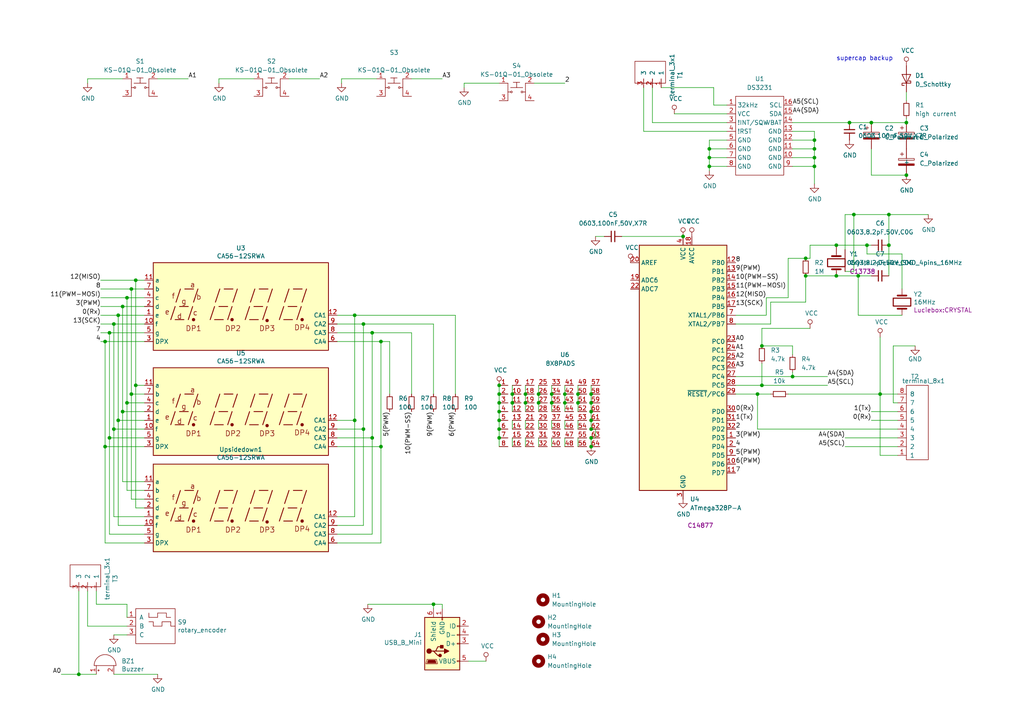
<source format=kicad_sch>
(kicad_sch (version 20211123) (generator eeschema)
  (paper "A4")
  (junction (at 148.59 116.84))
  (junction (at 144.78 124.46))
  (junction (at 39.37 81.28))
  (junction (at 144.78 127))
  (junction (at 171.45 129.54))
  (junction (at 247.65 62.23))
  (junction (at 242.57 80.01))
  (junction (at 248.92 80.01))
  (junction (at 144.78 111.76))
  (junction (at 152.4 114.3))
  (junction (at 144.78 121.92))
  (junction (at 156.21 114.3))
  (junction (at 36.83 116.84))
  (junction (at 167.64 116.84))
  (junction (at 167.64 114.3))
  (junction (at 198.12 68.58))
  (junction (at 163.83 116.84))
  (junction (at 220.98 100.33))
  (junction (at 257.81 62.23))
  (junction (at 102.87 121.92))
  (junction (at 152.4 116.84))
  (junction (at 233.68 74.93))
  (junction (at 35.56 88.9))
  (junction (at 171.45 119.38))
  (junction (at 110.49 99.06))
  (junction (at 233.68 80.01))
  (junction (at 160.02 116.84))
  (junction (at 205.74 48.26))
  (junction (at 229.87 109.22))
  (junction (at 33.02 93.98))
  (junction (at 36.83 86.36))
  (junction (at 262.89 35.56))
  (junction (at 30.48 99.06))
  (junction (at 30.48 129.54))
  (junction (at 251.46 71.12))
  (junction (at 33.02 124.46))
  (junction (at 171.45 127))
  (junction (at 107.95 96.52))
  (junction (at 156.21 116.84))
  (junction (at 255.27 114.3))
  (junction (at 205.74 45.72))
  (junction (at 148.59 114.3))
  (junction (at 144.78 119.38))
  (junction (at 219.71 114.3))
  (junction (at 35.56 119.38))
  (junction (at 38.1 83.82))
  (junction (at 102.87 91.44))
  (junction (at 34.29 121.92))
  (junction (at 110.49 129.54))
  (junction (at 262.89 50.8))
  (junction (at 105.41 124.46))
  (junction (at 144.78 116.84))
  (junction (at 236.22 43.18))
  (junction (at 31.75 127))
  (junction (at 236.22 40.64))
  (junction (at 22.86 195.58))
  (junction (at 171.45 114.3))
  (junction (at 39.37 111.76))
  (junction (at 242.57 71.12))
  (junction (at 163.83 114.3))
  (junction (at 257.81 71.12))
  (junction (at 38.1 114.3))
  (junction (at 236.22 45.72))
  (junction (at 171.45 121.92))
  (junction (at 107.95 127))
  (junction (at 220.98 111.76))
  (junction (at 236.22 48.26))
  (junction (at 31.75 96.52))
  (junction (at 171.45 124.46))
  (junction (at 34.29 91.44))
  (junction (at 125.73 175.26))
  (junction (at 160.02 114.3))
  (junction (at 171.45 116.84))
  (junction (at 246.38 35.56))
  (junction (at 105.41 93.98))
  (junction (at 252.73 35.56))
  (junction (at 205.74 43.18))
  (junction (at 144.78 114.3))
  (wire (pts (xy 36.83 179.07) (xy 36.83 175.26)))
  (wire (pts (xy 106.68 175.26) (xy 125.73 175.26)))
  (wire (pts (xy 229.87 40.64) (xy 236.22 40.64)))
  (wire (pts (xy 213.36 109.22) (xy 229.87 109.22)))
  (wire (pts (xy 167.64 119.38) (xy 167.64 116.84)))
  (wire (pts (xy 97.79 124.46) (xy 105.41 124.46)))
  (wire (pts (xy 242.57 71.12) (xy 251.46 71.12)))
  (wire (pts (xy 144.78 116.84) (xy 144.78 119.38)))
  (wire (pts (xy 245.11 62.23) (xy 247.65 62.23)))
  (wire (pts (xy 262.89 34.29) (xy 262.89 35.56)))
  (wire (pts (xy 261.62 83.82) (xy 261.62 73.66)))
  (wire (pts (xy 213.36 111.76) (xy 220.98 111.76)))
  (wire (pts (xy 205.74 40.64) (xy 205.74 43.18)))
  (wire (pts (xy 156.21 114.3) (xy 156.21 116.84)))
  (wire (pts (xy 261.62 73.66) (xy 251.46 73.66)))
  (wire (pts (xy 205.74 43.18) (xy 205.74 45.72)))
  (wire (pts (xy 167.64 116.84) (xy 167.64 114.3)))
  (wire (pts (xy 171.45 129.54) (xy 171.45 127)))
  (wire (pts (xy 233.68 74.93) (xy 234.95 74.93)))
  (wire (pts (xy 223.52 87.63) (xy 223.52 93.98)))
  (wire (pts (xy 25.4 22.86) (xy 25.4 24.13)))
  (wire (pts (xy 34.29 91.44) (xy 41.91 91.44)))
  (wire (pts (xy 233.68 80.01) (xy 242.57 80.01)))
  (wire (pts (xy 167.64 114.3) (xy 167.64 111.76)))
  (wire (pts (xy 29.21 91.44) (xy 34.29 91.44)))
  (wire (pts (xy 259.08 116.84) (xy 259.08 100.33)))
  (wire (pts (xy 25.4 171.45) (xy 25.4 181.61)))
  (wire (pts (xy 35.56 88.9) (xy 41.91 88.9)))
  (wire (pts (xy 102.87 121.92) (xy 102.87 149.86)))
  (wire (pts (xy 180.34 68.58) (xy 198.12 68.58)))
  (wire (pts (xy 144.78 124.46) (xy 144.78 127)))
  (wire (pts (xy 30.48 157.48) (xy 41.91 157.48)))
  (wire (pts (xy 189.23 35.56) (xy 189.23 25.4)))
  (wire (pts (xy 73.66 22.86) (xy 63.5 22.86)))
  (wire (pts (xy 33.02 149.86) (xy 41.91 149.86)))
  (wire (pts (xy 97.79 129.54) (xy 110.49 129.54)))
  (wire (pts (xy 27.94 175.26) (xy 27.94 171.45)))
  (wire (pts (xy 144.78 114.3) (xy 144.78 116.84)))
  (wire (pts (xy 229.87 107.95) (xy 229.87 109.22)))
  (wire (pts (xy 144.78 119.38) (xy 144.78 121.92)))
  (wire (pts (xy 195.58 33.02) (xy 210.82 33.02)))
  (wire (pts (xy 229.87 48.26) (xy 236.22 48.26)))
  (wire (pts (xy 222.25 86.36) (xy 228.6 86.36)))
  (wire (pts (xy 110.49 99.06) (xy 113.03 99.06)))
  (wire (pts (xy 35.56 88.9) (xy 35.56 119.38)))
  (wire (pts (xy 29.21 93.98) (xy 33.02 93.98)))
  (wire (pts (xy 22.86 195.58) (xy 27.94 195.58)))
  (wire (pts (xy 110.49 129.54) (xy 110.49 157.48)))
  (wire (pts (xy 260.35 116.84) (xy 259.08 116.84)))
  (wire (pts (xy 219.71 124.46) (xy 219.71 114.3)))
  (wire (pts (xy 228.6 86.36) (xy 228.6 74.93)))
  (wire (pts (xy 252.73 43.18) (xy 252.73 50.8)))
  (wire (pts (xy 125.73 175.26) (xy 125.73 176.53)))
  (wire (pts (xy 41.91 114.3) (xy 38.1 114.3)))
  (wire (pts (xy 160.02 114.3) (xy 160.02 111.76)))
  (wire (pts (xy 228.6 114.3) (xy 255.27 114.3)))
  (wire (pts (xy 210.82 40.64) (xy 205.74 40.64)))
  (wire (pts (xy 160.02 116.84) (xy 160.02 114.3)))
  (wire (pts (xy 252.73 50.8) (xy 262.89 50.8)))
  (wire (pts (xy 257.81 71.12) (xy 257.81 80.01)))
  (wire (pts (xy 236.22 38.1) (xy 236.22 40.64)))
  (wire (pts (xy 35.56 139.7) (xy 41.91 139.7)))
  (wire (pts (xy 252.73 35.56) (xy 262.89 35.56)))
  (wire (pts (xy 29.21 88.9) (xy 35.56 88.9)))
  (wire (pts (xy 34.29 121.92) (xy 34.29 91.44)))
  (wire (pts (xy 97.79 152.4) (xy 105.41 152.4)))
  (wire (pts (xy 247.65 62.23) (xy 247.65 78.74)))
  (wire (pts (xy 186.69 38.1) (xy 210.82 38.1)))
  (wire (pts (xy 109.22 22.86) (xy 99.06 22.86)))
  (wire (pts (xy 148.59 114.3) (xy 148.59 116.84)))
  (wire (pts (xy 36.83 116.84) (xy 36.83 142.24)))
  (wire (pts (xy 29.21 83.82) (xy 38.1 83.82)))
  (wire (pts (xy 171.45 121.92) (xy 171.45 119.38)))
  (wire (pts (xy 36.83 175.26) (xy 27.94 175.26)))
  (wire (pts (xy 245.11 78.74) (xy 247.65 78.74)))
  (wire (pts (xy 36.83 86.36) (xy 41.91 86.36)))
  (wire (pts (xy 31.75 154.94) (xy 41.91 154.94)))
  (wire (pts (xy 119.38 96.52) (xy 119.38 114.3)))
  (wire (pts (xy 156.21 127) (xy 156.21 129.54)))
  (wire (pts (xy 152.4 124.46) (xy 152.4 121.92)))
  (wire (pts (xy 152.4 114.3) (xy 152.4 116.84)))
  (wire (pts (xy 246.38 35.56) (xy 252.73 35.56)))
  (wire (pts (xy 251.46 71.12) (xy 252.73 71.12)))
  (wire (pts (xy 251.46 73.66) (xy 251.46 71.12)))
  (wire (pts (xy 34.29 121.92) (xy 34.29 152.4)))
  (wire (pts (xy 107.95 96.52) (xy 119.38 96.52)))
  (wire (pts (xy 113.03 99.06) (xy 113.03 114.3)))
  (wire (pts (xy 35.56 119.38) (xy 41.91 119.38)))
  (wire (pts (xy 38.1 83.82) (xy 41.91 83.82)))
  (wire (pts (xy 205.74 45.72) (xy 205.74 48.26)))
  (wire (pts (xy 148.59 116.84) (xy 148.59 119.38)))
  (wire (pts (xy 171.45 127) (xy 172.72 127)))
  (wire (pts (xy 234.95 74.93) (xy 234.95 71.12)))
  (wire (pts (xy 229.87 109.22) (xy 240.03 109.22)))
  (wire (pts (xy 31.75 96.52) (xy 31.75 127)))
  (wire (pts (xy 245.11 72.39) (xy 245.11 62.23)))
  (wire (pts (xy 39.37 81.28) (xy 41.91 81.28)))
  (wire (pts (xy 171.45 124.46) (xy 171.45 121.92)))
  (wire (pts (xy 189.23 35.56) (xy 210.82 35.56)))
  (wire (pts (xy 34.29 152.4) (xy 41.91 152.4)))
  (wire (pts (xy 144.78 24.13) (xy 134.62 24.13)))
  (wire (pts (xy 144.78 121.92) (xy 144.78 124.46)))
  (wire (pts (xy 41.91 121.92) (xy 34.29 121.92)))
  (wire (pts (xy 33.02 195.58) (xy 45.72 195.58)))
  (wire (pts (xy 205.74 48.26) (xy 205.74 49.53)))
  (wire (pts (xy 234.95 71.12) (xy 242.57 71.12)))
  (wire (pts (xy 233.68 87.63) (xy 223.52 87.63)))
  (wire (pts (xy 41.91 129.54) (xy 30.48 129.54)))
  (wire (pts (xy 105.41 93.98) (xy 125.73 93.98)))
  (wire (pts (xy 234.95 95.25) (xy 220.98 95.25)))
  (wire (pts (xy 33.02 93.98) (xy 41.91 93.98)))
  (wire (pts (xy 236.22 48.26) (xy 236.22 53.34)))
  (wire (pts (xy 119.38 22.86) (xy 128.27 22.86)))
  (wire (pts (xy 36.83 142.24) (xy 41.91 142.24)))
  (wire (pts (xy 186.69 25.4) (xy 186.69 38.1)))
  (wire (pts (xy 171.45 119.38) (xy 171.45 116.84)))
  (wire (pts (xy 259.08 100.33) (xy 265.43 100.33)))
  (wire (pts (xy 102.87 91.44) (xy 102.87 121.92)))
  (wire (pts (xy 163.83 121.92) (xy 163.83 124.46)))
  (wire (pts (xy 262.89 26.67) (xy 262.89 29.21)))
  (wire (pts (xy 29.21 86.36) (xy 36.83 86.36)))
  (wire (pts (xy 236.22 40.64) (xy 236.22 43.18)))
  (wire (pts (xy 156.21 116.84) (xy 156.21 119.38)))
  (wire (pts (xy 156.21 111.76) (xy 156.21 114.3)))
  (wire (pts (xy 255.27 132.08) (xy 260.35 132.08)))
  (wire (pts (xy 38.1 114.3) (xy 38.1 144.78)))
  (wire (pts (xy 36.83 86.36) (xy 36.83 116.84)))
  (wire (pts (xy 144.78 127) (xy 144.78 129.54)))
  (wire (pts (xy 207.01 30.48) (xy 210.82 30.48)))
  (wire (pts (xy 154.94 24.13) (xy 163.83 24.13)))
  (wire (pts (xy 31.75 96.52) (xy 41.91 96.52)))
  (wire (pts (xy 39.37 111.76) (xy 41.91 111.76)))
  (wire (pts (xy 102.87 121.92) (xy 97.79 121.92)))
  (wire (pts (xy 255.27 114.3) (xy 255.27 132.08)))
  (wire (pts (xy 172.72 124.46) (xy 171.45 124.46)))
  (wire (pts (xy 261.62 91.44) (xy 248.92 91.44)))
  (wire (pts (xy 236.22 45.72) (xy 236.22 48.26)))
  (wire (pts (xy 220.98 111.76) (xy 240.03 111.76)))
  (wire (pts (xy 242.57 80.01) (xy 248.92 80.01)))
  (wire (pts (xy 207.01 25.4) (xy 207.01 30.48)))
  (wire (pts (xy 229.87 35.56) (xy 246.38 35.56)))
  (wire (pts (xy 97.79 91.44) (xy 102.87 91.44)))
  (wire (pts (xy 252.73 121.92) (xy 260.35 121.92)))
  (wire (pts (xy 171.45 116.84) (xy 171.45 114.3)))
  (wire (pts (xy 29.21 81.28) (xy 39.37 81.28)))
  (wire (pts (xy 252.73 119.38) (xy 260.35 119.38)))
  (wire (pts (xy 205.74 45.72) (xy 210.82 45.72)))
  (wire (pts (xy 128.27 175.26) (xy 128.27 176.53)))
  (wire (pts (xy 134.62 24.13) (xy 134.62 25.4)))
  (wire (pts (xy 229.87 45.72) (xy 236.22 45.72)))
  (wire (pts (xy 220.98 95.25) (xy 220.98 100.33)))
  (wire (pts (xy 222.25 91.44) (xy 222.25 86.36)))
  (wire (pts (xy 125.73 93.98) (xy 125.73 114.3)))
  (wire (pts (xy 30.48 99.06) (xy 41.91 99.06)))
  (wire (pts (xy 167.64 129.54) (xy 167.64 127)))
  (wire (pts (xy 236.22 43.18) (xy 236.22 45.72)))
  (wire (pts (xy 248.92 91.44) (xy 248.92 80.01)))
  (wire (pts (xy 152.4 129.54) (xy 152.4 127)))
  (wire (pts (xy 97.79 93.98) (xy 105.41 93.98)))
  (wire (pts (xy 257.81 62.23) (xy 269.24 62.23)))
  (wire (pts (xy 132.08 91.44) (xy 132.08 114.3)))
  (wire (pts (xy 213.36 93.98) (xy 223.52 93.98)))
  (wire (pts (xy 39.37 147.32) (xy 41.91 147.32)))
  (wire (pts (xy 33.02 124.46) (xy 41.91 124.46)))
  (wire (pts (xy 148.59 127) (xy 148.59 129.54)))
  (wire (pts (xy 63.5 22.86) (xy 63.5 24.13)))
  (wire (pts (xy 39.37 111.76) (xy 39.37 147.32)))
  (wire (pts (xy 110.49 157.48) (xy 97.79 157.48)))
  (wire (pts (xy 220.98 105.41) (xy 220.98 111.76)))
  (wire (pts (xy 163.83 116.84) (xy 163.83 119.38)))
  (wire (pts (xy 163.83 114.3) (xy 163.83 116.84)))
  (wire (pts (xy 148.59 121.92) (xy 148.59 124.46)))
  (wire (pts (xy 229.87 100.33) (xy 229.87 102.87)))
  (wire (pts (xy 171.45 114.3) (xy 171.45 111.76)))
  (wire (pts (xy 205.74 48.26) (xy 210.82 48.26)))
  (wire (pts (xy 33.02 93.98) (xy 33.02 124.46)))
  (wire (pts (xy 29.21 96.52) (xy 31.75 96.52)))
  (wire (pts (xy 110.49 99.06) (xy 110.49 129.54)))
  (wire (pts (xy 31.75 127) (xy 31.75 154.94)))
  (wire (pts (xy 33.02 124.46) (xy 33.02 149.86)))
  (wire (pts (xy 229.87 38.1) (xy 236.22 38.1)))
  (wire (pts (xy 38.1 114.3) (xy 38.1 83.82)))
  (wire (pts (xy 125.73 175.26) (xy 128.27 175.26)))
  (wire (pts (xy 31.75 127) (xy 41.91 127)))
  (wire (pts (xy 160.02 129.54) (xy 160.02 127)))
  (wire (pts (xy 223.52 114.3) (xy 219.71 114.3)))
  (wire (pts (xy 260.35 127) (xy 245.11 127)))
  (wire (pts (xy 105.41 152.4) (xy 105.41 124.46)))
  (wire (pts (xy 152.4 116.84) (xy 152.4 119.38)))
  (wire (pts (xy 30.48 99.06) (xy 30.48 129.54)))
  (wire (pts (xy 35.56 22.86) (xy 25.4 22.86)))
  (wire (pts (xy 107.95 127) (xy 107.95 154.94)))
  (wire (pts (xy 29.21 99.06) (xy 30.48 99.06)))
  (wire (pts (xy 255.27 114.3) (xy 260.35 114.3)))
  (wire (pts (xy 160.02 124.46) (xy 160.02 121.92)))
  (wire (pts (xy 83.82 22.86) (xy 92.71 22.86)))
  (wire (pts (xy 148.59 111.76) (xy 148.59 114.3)))
  (wire (pts (xy 102.87 149.86) (xy 97.79 149.86)))
  (wire (pts (xy 22.86 171.45) (xy 22.86 195.58)))
  (wire (pts (xy 163.83 111.76) (xy 163.83 114.3)))
  (wire (pts (xy 205.74 43.18) (xy 210.82 43.18)))
  (wire (pts (xy 229.87 43.18) (xy 236.22 43.18)))
  (wire (pts (xy 35.56 119.38) (xy 35.56 139.7)))
  (wire (pts (xy 107.95 154.94) (xy 97.79 154.94)))
  (wire (pts (xy 36.83 181.61) (xy 25.4 181.61)))
  (wire (pts (xy 260.35 129.54) (xy 245.11 129.54)))
  (wire (pts (xy 105.41 124.46) (xy 105.41 93.98)))
  (wire (pts (xy 156.21 121.92) (xy 156.21 124.46)))
  (wire (pts (xy 99.06 22.86) (xy 99.06 24.13)))
  (wire (pts (xy 219.71 114.3) (xy 213.36 114.3)))
  (wire (pts (xy 33.02 184.15) (xy 36.83 184.15)))
  (wire (pts (xy 39.37 81.28) (xy 39.37 111.76)))
  (wire (pts (xy 45.72 22.86) (xy 54.61 22.86)))
  (wire (pts (xy 97.79 99.06) (xy 110.49 99.06)))
  (wire (pts (xy 30.48 129.54) (xy 30.48 157.48)))
  (wire (pts (xy 152.4 111.76) (xy 152.4 114.3)))
  (wire (pts (xy 163.83 127) (xy 163.83 129.54)))
  (wire (pts (xy 213.36 91.44) (xy 222.25 91.44)))
  (wire (pts (xy 107.95 127) (xy 97.79 127)))
  (wire (pts (xy 172.72 68.58) (xy 175.26 68.58)))
  (wire (pts (xy 135.89 191.77) (xy 140.97 191.77)))
  (wire (pts (xy 41.91 116.84) (xy 36.83 116.84)))
  (wire (pts (xy 38.1 144.78) (xy 41.91 144.78)))
  (wire (pts (xy 255.27 97.79) (xy 255.27 114.3)))
  (wire (pts (xy 220.98 100.33) (xy 229.87 100.33)))
  (wire (pts (xy 17.78 195.58) (xy 22.86 195.58)))
  (wire (pts (xy 191.77 25.4) (xy 207.01 25.4)))
  (wire (pts (xy 248.92 80.01) (xy 252.73 80.01)))
  (wire (pts (xy 144.78 111.76) (xy 144.78 114.3)))
  (wire (pts (xy 260.35 124.46) (xy 219.71 124.46)))
  (wire (pts (xy 167.64 124.46) (xy 167.64 121.92)))
  (wire (pts (xy 233.68 80.01) (xy 233.68 87.63)))
  (wire (pts (xy 228.6 74.93) (xy 233.68 74.93)))
  (wire (pts (xy 102.87 91.44) (xy 132.08 91.44)))
  (wire (pts (xy 247.65 62.23) (xy 257.81 62.23)))
  (wire (pts (xy 160.02 119.38) (xy 160.02 116.84)))
  (wire (pts (xy 107.95 96.52) (xy 107.95 127)))
  (wire (pts (xy 97.79 96.52) (xy 107.95 96.52)))
  (wire (pts (xy 172.72 127) (xy 172.72 124.46)))
  (wire (pts (xy 257.81 71.12) (xy 257.81 62.23)))
  (text "supercap backup" (at 242.57 17.78 0) (effects (font (size 1.27 1.27)) (justify left bottom)))
  (label "5(PWM)" (at 213.36 132.08 0))
  (label "7" (at 29.21 96.52 180))
  (label "2" (at 163.83 24.13 0))
  (label "11(PWM-MOSI)" (at 29.21 86.36 180))
  (label "8" (at 213.36 76.2 0))
  (label "7" (at 213.36 137.16 0))
  (label "0(Rx)" (at 252.73 121.92 180))
  (label "A1" (at 54.61 22.86 0))
  (label "12(MISO)" (at 213.36 86.36 0))
  (label "3(PWM)" (at 213.36 127 0))
  (label "A1" (at 213.36 101.6 0))
  (label "A4(SDA)" (at 245.11 127 180))
  (label "4" (at 29.21 99.06 180))
  (label "9(PWM)" (at 125.73 119.38 270))
  (label "A2" (at 92.71 22.86 0))
  (label "13(SCK)" (at 29.21 93.98 180))
  (label "5(PWM)" (at 113.03 119.38 270))
  (label "12(MISO)" (at 29.21 81.28 180))
  (label "A4(SDA)" (at 240.03 109.22 0))
  (label "3(PWM)" (at 29.21 88.9 180))
  (label "4" (at 213.36 129.54 0))
  (label "A0" (at 213.36 99.06 0))
  (label "A4(SDA)" (at 229.87 33.02 0))
  (label "A3" (at 213.36 106.68 0))
  (label "1(Tx)" (at 213.36 121.92 0))
  (label "A5(SCL)" (at 245.11 129.54 180))
  (label "6(PWM)" (at 132.08 119.38 270))
  (label "A0" (at 17.78 195.58 180))
  (label "0(Rx)" (at 29.21 91.44 180))
  (label "2" (at 213.36 124.46 0))
  (label "8" (at 29.21 83.82 180))
  (label "10(PWM-SS)" (at 119.38 119.38 270))
  (label "9(PWM)" (at 213.36 78.74 0))
  (label "13(SCK)" (at 213.36 88.9 0))
  (label "A5(SCL)" (at 240.03 111.76 0))
  (label "10(PWM-SS)" (at 213.36 81.28 0))
  (label "A5(SCL)" (at 229.87 30.48 0))
  (label "1(Tx)" (at 252.73 119.38 180))
  (label "0(Rx)" (at 213.36 119.38 0))
  (label "6(PWM)" (at 213.36 134.62 0))
  (label "A2" (at 213.36 104.14 0))
  (label "11(PWM-MOSI)" (at 213.36 83.82 0))
  (label "A3" (at 128.27 22.86 0))
  (symbol (lib_id "digital_clock:MountingHole") (at 156.21 191.77 0) (unit 1)
    (property "Reference" "H4" (at 158.75 190.4999 0) (effects (justify left)))
    (property "Value" "MountingHole" (at 158.75 193.0399 0) (effects (justify left)))
    (property "Footprint" "Luciebox:MountingHole_4.3mm_M4" (effects hide))
  )
  (symbol (lib_id "jlcpcb-basic-capacitor:0603,100nF,50V,X7R ") (at 246.38 38.1 180) (unit 1)
    (property "Reference" "C1" (at 248.92 36.8299 0) (effects (justify right)))
    (property "Value" "0603,100nF,50V,X7R " (at 248.92 39.3699 0) (effects (justify right)))
    (property "Footprint" "C_0603_1608Metric" (effects hide))
    (property "Datasheet" "https://datasheet.lcsc.com/lcsc/1809301912_YAGEO-CC0603KRX7R9BB104_C14663.pdf" (effects hide))
    (property "LCSC" "C14663" (effects hide))
    (property "MFG" "YAGEO" (effects hide))
    (property "MFGPN" "CC0603KRX7R9BB104" (effects hide))
  )
  (symbol (lib_id "digital_clock:D_Schottky") (at 262.89 22.86 90) (unit 1)
    (property "Reference" "D1" (at 265.43 21.9074 90) (effects (justify right)))
    (property "Value" "D_Schottky" (at 265.43 24.4474 90) (effects (justify right)))
    (property "Footprint" "Luciebox:smd_throughhole_2_pins" (effects hide))
  )
  (symbol (lib_id "Luciebox_components:terminal_8x1") (at 261.62 132.08 0) (unit 1)
    (property "Reference" "T2" (at 264.16 109.22 0) (effects (justify left)))
    (property "Value" "terminal_8x1" (at 261.62 110.49 0) (effects (justify left)))
    (property "Footprint" "Luciebox:Terminal_8x1_100mil" (effects hide))
  )
  (symbol (lib_id "Luciebox_components:USB_B_Mini") (at 128.27 186.69 0) (mirror x) (unit 1)
    (property "Reference" "J1" (at 122.428 184.0738 0) (effects (justify right)))
    (property "Value" "USB_B_Mini" (at 122.428 186.3852 0) (effects (justify right)))
    (property "Footprint" "Luciebox:usb_mini_Molex-0548190519" (effects hide))
  )
  (symbol (lib_id "Luciebox_components:VCC-power") (at 182.88 76.2 0) (unit 1)
    (property "Reference" "#PWR022" (effects hide))
    (property "Value" "VCC" (at 183.3118 71.8058 0))
  )
  (symbol (lib_id "Luciebox_components:VCC-power") (at 200.66 68.58 0) (unit 1)
    (property "Reference" "#PWR020" (effects hide))
    (property "Value" "VCC" (at 201.0918 64.1858 0))
  )
  (symbol (lib_id "digital_clock:Button_Push_SPST") (at 78.74 25.4 0) (unit 1)
    (property "Reference" "S2" (at 78.74 17.78 0))
    (property "Value" "KS-01Q-01_Obsolete" (at 78.74 20.32 0))
    (property "Footprint" "digital_clock:Button 12x12mm" (effects hide))
    (property "Datasheet" "http://spec_sheets.e-switch.com/specs/29-KS01Q01.pdf" (effects hide))
    (property "Digi-Key_PN" "EG4791-ND" (effects hide))
    (property "MPN" "KS-01Q-01" (effects hide))
    (property "Category" "Switches" (effects hide))
    (property "Family" "Pushbutton Switches" (effects hide))
    (property "DK_Datasheet_Link" "http://spec_sheets.e-switch.com/specs/29-KS01Q01.pdf" (effects hide))
    (property "DK_Detail_Page" "/product-detail/en/e-switch/KS-01Q-01/EG4791-ND/2116270" (effects hide))
    (property "Description" "SWITCH PUSH SPST-NO 0.01A 35V" (effects hide))
    (property "Manufacturer" "E-Switch" (effects hide))
    (property "Status" "Obsolete NonStock" (effects hide))
  )
  (symbol (lib_id "jlcpcb-basic-resistor-0402:100") (at 125.73 116.84 0) (unit 1)
    (property "Reference" "R8" (at 128.27 115.5699 0) (effects (justify left)))
    (property "Value" "100" (at 128.27 118.1099 0) (effects (justify left)))
    (property "Footprint" "R_0402_1005Metric" (effects hide))
    (property "Datasheet" "https://datasheet.lcsc.com/lcsc/2110252230_UNI-ROYAL-Uniroyal-Elec-0402WGF1000TCE_C25076.pdf" (effects hide))
    (property "LCSC" "C25076" (effects hide))
    (property "MFG" "UNI-ROYAL(Uniroyal Elec)" (effects hide))
    (property "MFGPN" "0402WGF1000TCE" (effects hide))
  )
  (symbol (lib_id "digital_clock:C_Polarized") (at 252.73 39.37 0) (unit 1)
    (property "Reference" "C2" (at 256.54 37.2109 0) (effects (justify left)))
    (property "Value" "C_Polarized" (at 256.54 39.7509 0) (effects (justify left)))
    (property "Footprint" "digital_clock:polarized_capacitor" (effects hide))
  )
  (symbol (lib_id "digital_clock:MountingHole") (at 157.48 185.42 0) (unit 1)
    (property "Reference" "H3" (at 160.02 184.1499 0) (effects (justify left)))
    (property "Value" "MountingHole" (at 160.02 186.6899 0) (effects (justify left)))
    (property "Footprint" "Luciebox:MountingHole_4.3mm_M4" (effects hide))
  )
  (symbol (lib_id "Luciebox_components:GND-power") (at 33.02 184.15 0) (unit 1)
    (property "Reference" "#PWR030" (effects hide))
    (property "Value" "GND" (at 33.147 188.5442 0))
  )
  (symbol (lib_id "Luciebox_components:GND-power") (at 171.45 129.54 0) (unit 1)
    (property "Reference" "#PWR027" (effects hide))
    (property "Value" "GND" (at 171.577 133.9342 0))
  )
  (symbol (lib_id "digital_clock:Crystal-Device_SMD_4pins_16MHz") (at 242.57 76.2 90) (unit 1)
    (property "Reference" "Y1" (at 246.38 73.6599 90) (effects (justify right)))
    (property "Value" "Crystal-Device_SMD_4pins_16MHz" (at 246.38 76.1999 90) (effects (justify right)))
    (property "Footprint" "digital_clock:Crystal_SMD_3225-4Pin_3.2x2.5mm" (effects hide))
    (property "JLCS" "C13738" (at 246.38 78.7399 90) (effects (justify right)))
  )
  (symbol (lib_id "Luciebox_components:Buzzer-Device") (at 30.48 193.04 90) (unit 1)
    (property "Reference" "BZ1" (at 35.2298 191.7446 90) (effects (justify right)))
    (property "Value" "Buzzer" (at 35.2298 194.056 90) (effects (justify right)))
    (property "Footprint" "Luciebox:buzzer" (effects hide))
  )
  (symbol (lib_id "jlcpcb-basic-resistor-0402:100") (at 119.38 116.84 0) (unit 1)
    (property "Reference" "R7" (at 121.92 115.5699 0) (effects (justify left)))
    (property "Value" "100" (at 121.92 118.1099 0) (effects (justify left)))
    (property "Footprint" "R_0402_1005Metric" (effects hide))
    (property "Datasheet" "https://datasheet.lcsc.com/lcsc/2110252230_UNI-ROYAL-Uniroyal-Elec-0402WGF1000TCE_C25076.pdf" (effects hide))
    (property "LCSC" "C25076" (effects hide))
    (property "MFG" "UNI-ROYAL(Uniroyal Elec)" (effects hide))
    (property "MFGPN" "0402WGF1000TCE" (effects hide))
  )
  (symbol (lib_id "Luciebox_components:4digit_7segments_common_anode_CA56-12SRWA") (at 69.85 119.38 0) (unit 1)
    (property "Reference" "U5" (at 69.85 102.4382 0))
    (property "Value" "CA56-12SRWA" (at 69.85 104.7496 0))
    (property "Footprint" "Lucieboxv3:CA56-12SRWA" (effects hide))
    (property "Datasheet" "http://www.kingbrightusa.com/images/catalog/SPEC/CA56-12SRWA.pdf" (effects hide))
  )
  (symbol (lib_id "Luciebox_components:GND-power") (at 99.06 24.13 0) (unit 1)
    (property "Reference" "#PWR04" (effects hide))
    (property "Value" "GND" (at 99.187 28.5242 0))
  )
  (symbol (lib_id "Luciebox_components:terminal_3x1") (at 191.77 24.13 90) (unit 1)
    (property "Reference" "T1" (at 197.231 21.7932 0))
    (property "Value" "terminal_3x1" (at 194.9196 21.7932 0))
    (property "Footprint" "Luciebox:Terminal_3x1_100mil" (effects hide))
  )
  (symbol (lib_id "digital_clock:MountingHole") (at 156.21 180.34 0) (unit 1)
    (property "Reference" "H2" (at 158.75 179.0699 0) (effects (justify left)))
    (property "Value" "MountingHole" (at 158.75 181.6099 0) (effects (justify left)))
    (property "Footprint" "Luciebox:MountingHole_4.3mm_M4" (effects hide))
  )
  (symbol (lib_id "Luciebox_components:Crystal-Device") (at 261.62 87.63 270) (unit 1)
    (property "Reference" "Y2" (at 264.9474 85.3186 90) (effects (justify left)))
    (property "Value" "16MHz" (at 264.9474 87.63 90) (effects (justify left)))
    (property "Footprint" "Luciebox:CRYSTAL" (at 264.9474 89.9414 90) (effects (justify left)))
  )
  (symbol (lib_id "digital_clock:DS3231") (at 222.25 24.13 0) (unit 1)
    (property "Reference" "U1" (at 220.345 22.86 0))
    (property "Value" "DS3231" (at 220.345 25.4 0))
    (property "Footprint" "Package_SO:SOIC-16W_7.5x10.3mm_P1.27mm" (effects hide))
    (property "Datasheet" "https://datasheets.maximintegrated.com/en/ds/DS3231.pdf" (effects hide))
  )
  (symbol (lib_id "Luciebox_components:GND-power") (at 45.72 195.58 0) (unit 1)
    (property "Reference" "#PWR032" (effects hide))
    (property "Value" "GND" (at 45.847 199.9742 0))
  )
  (symbol (lib_id "jlcpcb-basic-resistor-0603:10k") (at 226.06 114.3 90) (unit 1)
    (property "Reference" "R5" (at 226.06 107.95 90))
    (property "Value" "10k" (at 226.06 110.49 90))
    (property "Footprint" "R_0603_1608Metric" (effects hide))
    (property "Datasheet" "https://datasheet.lcsc.com/lcsc/2110260030_UNI-ROYAL-Uniroyal-Elec-0603WAF1002T5E_C25804.pdf" (effects hide))
    (property "LCSC" "C25804" (effects hide))
    (property "MFG" "UNI-ROYAL(Uniroyal Elec)" (effects hide))
    (property "MFGPN" "0603WAF1002T5E" (effects hide))
  )
  (symbol (lib_id "Luciebox_components:GND-power") (at 134.62 25.4 0) (unit 1)
    (property "Reference" "#PWR05" (effects hide))
    (property "Value" "GND" (at 134.747 29.7942 0))
  )
  (symbol (lib_id "digital_clock:Button_Push_SPST") (at 40.64 25.4 0) (unit 1)
    (property "Reference" "S1" (at 40.64 17.78 0))
    (property "Value" "KS-01Q-01_Obsolete" (at 40.64 20.32 0))
    (property "Footprint" "digital_clock:Button 12x12mm" (effects hide))
    (property "Datasheet" "http://spec_sheets.e-switch.com/specs/29-KS01Q01.pdf" (effects hide))
    (property "Digi-Key_PN" "EG4791-ND" (effects hide))
    (property "MPN" "KS-01Q-01" (effects hide))
    (property "Category" "Switches" (effects hide))
    (property "Family" "Pushbutton Switches" (effects hide))
    (property "DK_Datasheet_Link" "http://spec_sheets.e-switch.com/specs/29-KS01Q01.pdf" (effects hide))
    (property "DK_Detail_Page" "/product-detail/en/e-switch/KS-01Q-01/EG4791-ND/2116270" (effects hide))
    (property "Description" "SWITCH PUSH SPST-NO 0.01A 35V" (effects hide))
    (property "Manufacturer" "E-Switch" (effects hide))
    (property "Status" "Obsolete NonStock" (effects hide))
  )
  (symbol (lib_id "digital_clock:Button_Push_SPST") (at 114.3 25.4 0) (unit 1)
    (property "Reference" "S3" (at 114.3 15.24 0))
    (property "Value" "KS-01Q-01_Obsolete" (at 114.3 20.32 0))
    (property "Footprint" "digital_clock:Button 12x12mm" (effects hide))
    (property "Datasheet" "http://spec_sheets.e-switch.com/specs/29-KS01Q01.pdf" (effects hide))
    (property "Digi-Key_PN" "EG4791-ND" (effects hide))
    (property "MPN" "KS-01Q-01" (effects hide))
    (property "Category" "Switches" (effects hide))
    (property "Family" "Pushbutton Switches" (effects hide))
    (property "DK_Datasheet_Link" "http://spec_sheets.e-switch.com/specs/29-KS01Q01.pdf" (effects hide))
    (property "DK_Detail_Page" "/product-detail/en/e-switch/KS-01Q-01/EG4791-ND/2116270" (effects hide))
    (property "Description" "SWITCH PUSH SPST-NO 0.01A 35V" (effects hide))
    (property "Manufacturer" "E-Switch" (effects hide))
    (property "Status" "Obsolete NonStock" (effects hide))
  )
  (symbol (lib_id "Luciebox_components:rotary_encoder") (at 38.1 175.26 0) (unit 1)
    (property "Reference" "S9" (at 51.5112 180.4416 0) (effects (justify left)))
    (property "Value" "rotary_encoder" (at 51.5112 182.753 0) (effects (justify left)))
    (property "Footprint" "Luciebox:rotary_encoder" (effects hide))
    (property "Datasheet" "https://www.ttelectronics.com/TTElectronics/media/ProductFiles/Encoders/Datasheets/EN16.pdf" (effects hide))
  )
  (symbol (lib_id "jlcpcb-basic-capacitor:0603,8.2pF,50V,C0G ") (at 255.27 80.01 90) (unit 1)
    (property "Reference" "C7" (at 255.27 73.66 90))
    (property "Value" "0603,8.2pF,50V,C0G " (at 255.27 76.2 90))
    (property "Footprint" "C_0603_1608Metric" (effects hide))
    (property "Datasheet" "https://datasheet.lcsc.com/lcsc/1811061811_FH-Guangdong-Fenghua-Advanced-Tech-0603CG8R2C500NT_C1685.pdf" (effects hide))
    (property "LCSC" "C1685" (effects hide))
    (property "MFG" "FH(Guangdong Fenghua Advanced Tech)" (effects hide))
    (property "MFGPN" "0603CG8R2C500NT" (effects hide))
  )
  (symbol (lib_id "jlcpcb-basic-resistor-0402:100") (at 132.08 116.84 0) (unit 1)
    (property "Reference" "R9" (at 134.62 115.5699 0) (effects (justify left)))
    (property "Value" "100" (at 134.62 118.1099 0) (effects (justify left)))
    (property "Footprint" "R_0402_1005Metric" (effects hide))
    (property "Datasheet" "https://datasheet.lcsc.com/lcsc/2110252230_UNI-ROYAL-Uniroyal-Elec-0402WGF1000TCE_C25076.pdf" (effects hide))
    (property "LCSC" "C25076" (effects hide))
    (property "MFG" "UNI-ROYAL(Uniroyal Elec)" (effects hide))
    (property "MFGPN" "0402WGF1000TCE" (effects hide))
  )
  (symbol (lib_id "Luciebox_components:VCC-power") (at 198.12 68.58 0) (unit 1)
    (property "Reference" "#PWR019" (effects hide))
    (property "Value" "VCC" (at 198.5518 64.1858 0))
  )
  (symbol (lib_id "Luciebox_components:GND-power") (at 265.43 100.33 0) (unit 1)
    (property "Reference" "#PWR024" (effects hide))
    (property "Value" "GND-power" (at 265.43 104.14 0))
  )
  (symbol (lib_id "jlcpcb-basic-resistor-0603:1M") (at 262.89 31.75 180) (unit 1)
    (property "Reference" "R1" (at 265.43 30.4799 0) (effects (justify right)))
    (property "Value" "high current" (at 265.43 33.0199 0) (effects (justify right)))
    (property "Footprint" "R_0603_1608Metric" (effects hide))
    (property "Datasheet" "https://datasheet.lcsc.com/lcsc/2110252030_UNI-ROYAL-Uniroyal-Elec-0603WAF1004T5E_C22935.pdf" (effects hide))
    (property "LCSC" "C22935" (effects hide))
    (property "MFG" "UNI-ROYAL(Uniroyal Elec)" (effects hide))
    (property "MFGPN" "0603WAF1004T5E" (effects hide))
  )
  (symbol (lib_id "digital_clock:Button_Push_SPST") (at 149.86 26.67 0) (unit 1)
    (property "Reference" "S4" (at 149.86 19.05 0))
    (property "Value" "KS-01Q-01_Obsolete" (at 149.86 21.59 0))
    (property "Footprint" "digital_clock:Button 12x12mm" (effects hide))
    (property "Datasheet" "http://spec_sheets.e-switch.com/specs/29-KS01Q01.pdf" (effects hide))
    (property "Digi-Key_PN" "EG4791-ND" (effects hide))
    (property "MPN" "KS-01Q-01" (effects hide))
    (property "Category" "Switches" (effects hide))
    (property "Family" "Pushbutton Switches" (effects hide))
    (property "DK_Datasheet_Link" "http://spec_sheets.e-switch.com/specs/29-KS01Q01.pdf" (effects hide))
    (property "DK_Detail_Page" "/product-detail/en/e-switch/KS-01Q-01/EG4791-ND/2116270" (effects hide))
    (property "Description" "SWITCH PUSH SPST-NO 0.01A 35V" (effects hide))
    (property "Manufacturer" "E-Switch" (effects hide))
    (property "Status" "Obsolete NonStock" (effects hide))
  )
  (symbol (lib_id "jlcpcb-basic-resistor-0603:1M") (at 233.68 77.47 0) (unit 1)
    (property "Reference" "R2" (at 236.22 76.1999 0) (effects (justify left)))
    (property "Value" "1M" (at 236.22 78.7399 0) (effects (justify left)))
    (property "Footprint" "R_0603_1608Metric" (effects hide))
    (property "Datasheet" "https://datasheet.lcsc.com/lcsc/2110252030_UNI-ROYAL-Uniroyal-Elec-0603WAF1004T5E_C22935.pdf" (effects hide))
    (property "LCSC" "C22935" (effects hide))
    (property "MFG" "UNI-ROYAL(Uniroyal Elec)" (effects hide))
    (property "MFGPN" "0603WAF1004T5E" (effects hide))
  )
  (symbol (lib_id "Luciebox_components:GND-power") (at 172.72 68.58 0) (unit 1)
    (property "Reference" "#PWR018" (effects hide))
    (property "Value" "GND" (at 172.847 72.9742 0))
  )
  (symbol (lib_id "Luciebox_components:terminal_3x1") (at 27.94 170.18 90) (unit 1)
    (property "Reference" "T3" (at 33.401 167.8432 0))
    (property "Value" "terminal_3x1" (at 31.0896 167.8432 0))
    (property "Footprint" "Luciebox:Terminal_3x1_100mil" (effects hide))
  )
  (symbol (lib_id "Luciebox_components:VCC-power") (at 255.27 97.79 0) (unit 1)
    (property "Reference" "#PWR026" (effects hide))
    (property "Value" "VCC" (at 255.7018 93.3958 0))
  )
  (symbol (lib_id "jlcpcb-basic-capacitor:0603,8.2pF,50V,C0G ") (at 255.27 71.12 90) (unit 1)
    (property "Reference" "C6" (at 255.27 64.77 90))
    (property "Value" "0603,8.2pF,50V,C0G " (at 255.27 67.31 90))
    (property "Footprint" "C_0603_1608Metric" (effects hide))
    (property "Datasheet" "https://datasheet.lcsc.com/lcsc/1811061811_FH-Guangdong-Fenghua-Advanced-Tech-0603CG8R2C500NT_C1685.pdf" (effects hide))
    (property "LCSC" "C1685" (effects hide))
    (property "MFG" "FH(Guangdong Fenghua Advanced Tech)" (effects hide))
    (property "MFGPN" "0603CG8R2C500NT" (effects hide))
  )
  (symbol (lib_id "Luciebox_components:GND-power") (at 198.12 144.78 0) (unit 1)
    (property "Reference" "#PWR028" (effects hide))
    (property "Value" "GND" (at 198.247 149.1742 0))
  )
  (symbol (lib_id "Luciebox_components:4digit_7segments_common_anode_CA56-12SRWA") (at 69.85 88.9 0) (unit 1)
    (property "Reference" "U3" (at 69.85 71.9582 0))
    (property "Value" "CA56-12SRWA" (at 69.85 74.2696 0))
    (property "Footprint" "Lucieboxv3:CA56-12SRWA" (effects hide))
    (property "Datasheet" "http://www.kingbrightusa.com/images/catalog/SPEC/CA56-12SRWA.pdf" (effects hide))
  )
  (symbol (lib_id "digital_clock:C_Polarized") (at 262.89 46.99 0) (unit 1)
    (property "Reference" "C4" (at 266.7 44.8309 0) (effects (justify left)))
    (property "Value" "C_Polarized" (at 266.7 47.3709 0) (effects (justify left)))
    (property "Footprint" "digital_clock:polarized_capacitor" (effects hide))
  )
  (symbol (lib_id "jlcpcb-basic-resistor-0603:4.7k") (at 220.98 102.87 0) (unit 1)
    (property "Reference" "R3" (at 223.52 101.5999 0) (effects (justify left)))
    (property "Value" "4.7k" (at 223.52 104.1399 0) (effects (justify left)))
    (property "Footprint" "R_0603_1608Metric" (effects hide))
    (property "Datasheet" "https://datasheet.lcsc.com/lcsc/2110252130_UNI-ROYAL-Uniroyal-Elec-0603WAF4701T5E_C23162.pdf" (effects hide))
    (property "LCSC" "C23162" (effects hide))
    (property "MFG" "UNI-ROYAL(Uniroyal Elec)" (effects hide))
    (property "MFGPN" "0603WAF4701T5E" (effects hide))
  )
  (symbol (lib_id "Luciebox_components:VCC-power") (at 234.95 95.25 0) (unit 1)
    (property "Reference" "#PWR023" (effects hide))
    (property "Value" "VCC" (at 235.3818 90.8558 0))
  )
  (symbol (lib_id "Luciebox_components:VCC-power") (at 195.58 33.02 0) (unit 1)
    (property "Reference" "#PWR06" (effects hide))
    (property "Value" "VCC" (at 196.0118 28.6258 0))
  )
  (symbol (lib_id "Luciebox_components:GND-power") (at 236.22 53.34 0) (unit 1)
    (property "Reference" "#PWR010" (effects hide))
    (property "Value" "GND" (at 236.347 57.7342 0))
  )
  (symbol (lib_id "jlcpcb-basic-capacitor:0603,100nF,50V,X7R ") (at 177.8 68.58 90) (unit 1)
    (property "Reference" "C5" (at 177.8 62.23 90))
    (property "Value" "0603,100nF,50V,X7R " (at 177.8 64.77 90))
    (property "Footprint" "C_0603_1608Metric" (effects hide))
    (property "Datasheet" "https://datasheet.lcsc.com/lcsc/1809301912_YAGEO-CC0603KRX7R9BB104_C14663.pdf" (effects hide))
    (property "LCSC" "C14663" (effects hide))
    (property "MFG" "YAGEO" (effects hide))
    (property "MFGPN" "CC0603KRX7R9BB104" (effects hide))
  )
  (symbol (lib_id "Luciebox_components:GND-power") (at 63.5 24.13 0) (unit 1)
    (property "Reference" "#PWR03" (effects hide))
    (property "Value" "GND" (at 63.627 28.5242 0))
  )
  (symbol (lib_id "Luciebox_components:GND-power") (at 25.4 24.13 0) (unit 1)
    (property "Reference" "#PWR02" (effects hide))
    (property "Value" "GND" (at 25.527 28.5242 0))
  )
  (symbol (lib_id "Luciebox_components:GND-power") (at 205.74 49.53 0) (unit 1)
    (property "Reference" "#PWR08" (effects hide))
    (property "Value" "GND" (at 205.867 53.9242 0))
  )
  (symbol (lib_id "Luciebox_components:4digit_7segments_common_anode_CA56-12SRWA") (at 69.85 147.32 0) (unit 1)
    (property "Reference" "Upsidedown1" (at 69.85 130.3782 0))
    (property "Value" "CA56-12SRWA" (at 69.85 132.6896 0))
    (property "Footprint" "Lucieboxv3:CA56-12SRWA" (effects hide))
    (property "Datasheet" "http://www.kingbrightusa.com/images/catalog/SPEC/CA56-12SRWA.pdf" (effects hide))
  )
  (symbol (lib_id "Luciebox_components:GND-power") (at 262.89 50.8 0) (unit 1)
    (property "Reference" "#PWR09" (effects hide))
    (property "Value" "GND" (at 263.017 55.1942 0))
  )
  (symbol (lib_id "Luciebox_components:GND-power") (at 246.38 40.64 0) (unit 1)
    (property "Reference" "#PWR07" (effects hide))
    (property "Value" "GND" (at 246.507 45.0342 0))
  )
  (symbol (lib_id "Luciebox_components:GND-power") (at 269.24 62.23 0) (unit 1)
    (property "Reference" "#PWR016" (effects hide))
    (property "Value" "GND" (at 269.367 66.6242 0))
  )
  (symbol (lib_id "Luciebox_components:VCC-power") (at 144.78 111.76 0) (unit 1)
    (property "Reference" "#PWR025" (effects hide))
    (property "Value" "VCC" (at 145.2118 107.3658 0))
  )
  (symbol (lib_id "Luciebox_components:8X8PADS") (at 152.4 133.35 0) (unit 1)
    (property "Reference" "U6" (at 163.83 102.87 0))
    (property "Value" "8X8PADS" (at 162.56 105.41 0))
    (property "Footprint" "Luciebox:8X8PADS_100mil" (effects hide))
  )
  (symbol (lib_name "ATmega328P-A_1") (lib_id "MCU_Microchip_ATmega:ATmega328P-A") (at 198.12 106.68 0) (unit 1)
    (property "Reference" "U4" (at 200.1394 144.78 0) (effects (justify left)))
    (property "Value" "ATmega328P-A" (at 200.1394 147.32 0) (effects (justify left)))
    (property "Footprint" "Package_QFP:TQFP-32_7x7mm_P0.8mm" (effects hide))
    (property "Datasheet" "http://ww1.microchip.com/downloads/en/DeviceDoc/ATmega328_P%20AVR%20MCU%20with%20picoPower%20Technology%20Data%20Sheet%2040001984A.pdf" (effects hide))
    (property "LCSC" "C14877" (at 199.39 152.4 0) (effects (justify left)))
  )
  (symbol (lib_id "Luciebox_components:VCC-power") (at 262.89 19.05 0) (unit 1)
    (property "Reference" "#PWR01" (effects hide))
    (property "Value" "VCC" (at 263.3218 14.6558 0))
  )
  (symbol (lib_id "jlcpcb-basic-resistor-0603:4.7k") (at 229.87 105.41 0) (unit 1)
    (property "Reference" "R4" (at 232.41 104.1399 0) (effects (justify left)))
    (property "Value" "4.7k" (at 232.41 106.6799 0) (effects (justify left)))
    (property "Footprint" "R_0603_1608Metric" (effects hide))
    (property "Datasheet" "https://datasheet.lcsc.com/lcsc/2110252130_UNI-ROYAL-Uniroyal-Elec-0603WAF4701T5E_C23162.pdf" (effects hide))
    (property "LCSC" "C23162" (effects hide))
    (property "MFG" "UNI-ROYAL(Uniroyal Elec)" (effects hide))
    (property "MFGPN" "0603WAF4701T5E" (effects hide))
  )
  (symbol (lib_id "digital_clock:MountingHole") (at 157.48 173.99 0) (unit 1)
    (property "Reference" "H1" (at 160.02 172.7199 0) (effects (justify left)))
    (property "Value" "MountingHole" (at 160.02 175.2599 0) (effects (justify left)))
    (property "Footprint" "Luciebox:MountingHole_4.3mm_M4" (effects hide))
  )
  (symbol (lib_id "Luciebox_components:VCC-power") (at 140.97 191.77 0) (unit 1)
    (property "Reference" "#PWR031" (effects hide))
    (property "Value" "VCC" (at 141.4018 187.3758 0))
  )
  (symbol (lib_id "jlcpcb-basic-resistor-0402:100") (at 113.03 116.84 0) (unit 1)
    (property "Reference" "R6" (at 115.57 115.5699 0) (effects (justify left)))
    (property "Value" "100" (at 115.57 118.1099 0) (effects (justify left)))
    (property "Footprint" "R_0402_1005Metric" (effects hide))
    (property "Datasheet" "https://datasheet.lcsc.com/lcsc/2110252230_UNI-ROYAL-Uniroyal-Elec-0402WGF1000TCE_C25076.pdf" (effects hide))
    (property "LCSC" "C25076" (effects hide))
    (property "MFG" "UNI-ROYAL(Uniroyal Elec)" (effects hide))
    (property "MFGPN" "0402WGF1000TCE" (effects hide))
  )
  (symbol (lib_id "Luciebox_components:GND-power") (at 106.68 175.26 0) (unit 1)
    (property "Reference" "#PWR029" (effects hide))
    (property "Value" "GND" (at 106.807 179.6542 0))
  )
  (symbol (lib_id "digital_clock:C_Polarized") (at 262.89 39.37 0) (unit 1)
    (property "Reference" "C3" (at 266.7 37.2109 0) (effects (justify left)))
    (property "Value" "C_Polarized" (at 266.7 39.7509 0) (effects (justify left)))
    (property "Footprint" "digital_clock:polarized_capacitor" (effects hide))
  )
)
</source>
